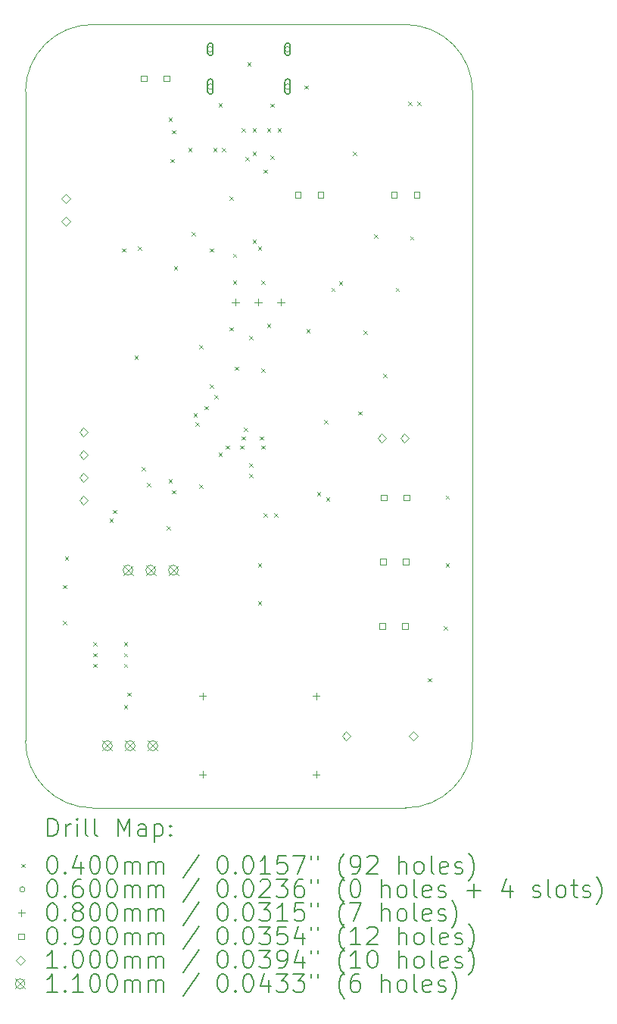
<source format=gbr>
%TF.GenerationSoftware,KiCad,Pcbnew,(6.0.11)*%
%TF.CreationDate,2023-07-13T20:03:14-03:00*%
%TF.ProjectId,Open-Tens,4f70656e-2d54-4656-9e73-2e6b69636164,rev?*%
%TF.SameCoordinates,Original*%
%TF.FileFunction,Drillmap*%
%TF.FilePolarity,Positive*%
%FSLAX45Y45*%
G04 Gerber Fmt 4.5, Leading zero omitted, Abs format (unit mm)*
G04 Created by KiCad (PCBNEW (6.0.11)) date 2023-07-13 20:03:14*
%MOMM*%
%LPD*%
G01*
G04 APERTURE LIST*
%ADD10C,0.100000*%
%ADD11C,0.200000*%
%ADD12C,0.040000*%
%ADD13C,0.060000*%
%ADD14C,0.080000*%
%ADD15C,0.090000*%
%ADD16C,0.110000*%
G04 APERTURE END LIST*
D10*
X12980000Y-13720000D02*
X12980000Y-6470000D01*
X17230000Y-14470000D02*
X13730000Y-14470000D01*
X17980000Y-6470000D02*
X17980000Y-13720000D01*
X17230000Y-5720000D02*
X13730000Y-5720000D01*
X13730000Y-5720000D02*
G75*
G03*
X12980000Y-6470000I0J-750000D01*
G01*
X12980000Y-13720000D02*
G75*
G03*
X13730000Y-14470000I750000J0D01*
G01*
X17230000Y-14470000D02*
G75*
G03*
X17980000Y-13720000I0J750000D01*
G01*
X17980000Y-6470000D02*
G75*
G03*
X17230000Y-5720000I-750000J0D01*
G01*
D11*
D12*
X13400000Y-11980000D02*
X13440000Y-12020000D01*
X13440000Y-11980000D02*
X13400000Y-12020000D01*
X13400000Y-12380000D02*
X13440000Y-12420000D01*
X13440000Y-12380000D02*
X13400000Y-12420000D01*
X13420000Y-11660000D02*
X13460000Y-11700000D01*
X13460000Y-11660000D02*
X13420000Y-11700000D01*
X13740000Y-12620000D02*
X13780000Y-12660000D01*
X13780000Y-12620000D02*
X13740000Y-12660000D01*
X13740000Y-12740000D02*
X13780000Y-12780000D01*
X13780000Y-12740000D02*
X13740000Y-12780000D01*
X13740000Y-12860000D02*
X13780000Y-12900000D01*
X13780000Y-12860000D02*
X13740000Y-12900000D01*
X13920000Y-11240000D02*
X13960000Y-11280000D01*
X13960000Y-11240000D02*
X13920000Y-11280000D01*
X13960000Y-11140000D02*
X14000000Y-11180000D01*
X14000000Y-11140000D02*
X13960000Y-11180000D01*
X14060000Y-8220000D02*
X14100000Y-8260000D01*
X14100000Y-8220000D02*
X14060000Y-8260000D01*
X14080000Y-12620000D02*
X14120000Y-12660000D01*
X14120000Y-12620000D02*
X14080000Y-12660000D01*
X14080000Y-12740000D02*
X14120000Y-12780000D01*
X14120000Y-12740000D02*
X14080000Y-12780000D01*
X14080000Y-12860000D02*
X14120000Y-12900000D01*
X14120000Y-12860000D02*
X14080000Y-12900000D01*
X14080000Y-13320000D02*
X14120000Y-13360000D01*
X14120000Y-13320000D02*
X14080000Y-13360000D01*
X14120000Y-13180000D02*
X14160000Y-13220000D01*
X14160000Y-13180000D02*
X14120000Y-13220000D01*
X14200000Y-9420000D02*
X14240000Y-9460000D01*
X14240000Y-9420000D02*
X14200000Y-9460000D01*
X14240000Y-8200000D02*
X14280000Y-8240000D01*
X14280000Y-8200000D02*
X14240000Y-8240000D01*
X14280000Y-10660000D02*
X14320000Y-10700000D01*
X14320000Y-10660000D02*
X14280000Y-10700000D01*
X14340000Y-10840000D02*
X14380000Y-10880000D01*
X14380000Y-10840000D02*
X14340000Y-10880000D01*
X14560000Y-11320000D02*
X14600000Y-11360000D01*
X14600000Y-11320000D02*
X14560000Y-11360000D01*
X14580000Y-6760000D02*
X14620000Y-6800000D01*
X14620000Y-6760000D02*
X14580000Y-6800000D01*
X14580000Y-10800000D02*
X14620000Y-10840000D01*
X14620000Y-10800000D02*
X14580000Y-10840000D01*
X14600000Y-7220000D02*
X14640000Y-7260000D01*
X14640000Y-7220000D02*
X14600000Y-7260000D01*
X14620000Y-6900000D02*
X14660000Y-6940000D01*
X14660000Y-6900000D02*
X14620000Y-6940000D01*
X14620000Y-10920000D02*
X14660000Y-10960000D01*
X14660000Y-10920000D02*
X14620000Y-10960000D01*
X14640000Y-8420000D02*
X14680000Y-8460000D01*
X14680000Y-8420000D02*
X14640000Y-8460000D01*
X14800000Y-7100000D02*
X14840000Y-7140000D01*
X14840000Y-7100000D02*
X14800000Y-7140000D01*
X14840000Y-8040000D02*
X14880000Y-8080000D01*
X14880000Y-8040000D02*
X14840000Y-8080000D01*
X14860000Y-10060000D02*
X14900000Y-10100000D01*
X14900000Y-10060000D02*
X14860000Y-10100000D01*
X14880000Y-10160000D02*
X14920000Y-10200000D01*
X14920000Y-10160000D02*
X14880000Y-10200000D01*
X14920000Y-9300000D02*
X14960000Y-9340000D01*
X14960000Y-9300000D02*
X14920000Y-9340000D01*
X14920000Y-10860000D02*
X14960000Y-10900000D01*
X14960000Y-10860000D02*
X14920000Y-10900000D01*
X14980000Y-9980000D02*
X15020000Y-10020000D01*
X15020000Y-9980000D02*
X14980000Y-10020000D01*
X15040000Y-8220000D02*
X15080000Y-8260000D01*
X15080000Y-8220000D02*
X15040000Y-8260000D01*
X15040000Y-9740000D02*
X15080000Y-9780000D01*
X15080000Y-9740000D02*
X15040000Y-9780000D01*
X15080000Y-7100000D02*
X15120000Y-7140000D01*
X15120000Y-7100000D02*
X15080000Y-7140000D01*
X15090050Y-9860000D02*
X15130050Y-9900000D01*
X15130050Y-9860000D02*
X15090050Y-9900000D01*
X15140000Y-6600000D02*
X15180000Y-6640000D01*
X15180000Y-6600000D02*
X15140000Y-6640000D01*
X15140000Y-10500000D02*
X15180000Y-10540000D01*
X15180000Y-10500000D02*
X15140000Y-10540000D01*
X15180000Y-7100000D02*
X15220000Y-7140000D01*
X15220000Y-7100000D02*
X15180000Y-7140000D01*
X15220000Y-10420000D02*
X15260000Y-10460000D01*
X15260000Y-10420000D02*
X15220000Y-10460000D01*
X15260000Y-7640000D02*
X15300000Y-7680000D01*
X15300000Y-7640000D02*
X15260000Y-7680000D01*
X15260000Y-9100000D02*
X15300000Y-9140000D01*
X15300000Y-9100000D02*
X15260000Y-9140000D01*
X15300000Y-8280000D02*
X15340000Y-8320000D01*
X15340000Y-8280000D02*
X15300000Y-8320000D01*
X15300000Y-8580000D02*
X15340000Y-8620000D01*
X15340000Y-8580000D02*
X15300000Y-8620000D01*
X15320000Y-9540000D02*
X15360000Y-9580000D01*
X15360000Y-9540000D02*
X15320000Y-9580000D01*
X15380000Y-10420000D02*
X15420000Y-10460000D01*
X15420000Y-10420000D02*
X15380000Y-10460000D01*
X15400000Y-6880000D02*
X15440000Y-6920000D01*
X15440000Y-6880000D02*
X15400000Y-6920000D01*
X15400000Y-10320000D02*
X15440000Y-10360000D01*
X15440000Y-10320000D02*
X15400000Y-10360000D01*
X15420000Y-10220000D02*
X15460000Y-10260000D01*
X15460000Y-10220000D02*
X15420000Y-10260000D01*
X15440000Y-7200000D02*
X15480000Y-7240000D01*
X15480000Y-7200000D02*
X15440000Y-7240000D01*
X15460000Y-6140000D02*
X15500000Y-6180000D01*
X15500000Y-6140000D02*
X15460000Y-6180000D01*
X15480000Y-9200000D02*
X15520000Y-9240000D01*
X15520000Y-9200000D02*
X15480000Y-9240000D01*
X15480000Y-10620000D02*
X15520000Y-10660000D01*
X15520000Y-10620000D02*
X15480000Y-10660000D01*
X15480000Y-10740000D02*
X15520000Y-10780000D01*
X15520000Y-10740000D02*
X15480000Y-10780000D01*
X15520000Y-6880000D02*
X15560000Y-6920000D01*
X15560000Y-6880000D02*
X15520000Y-6920000D01*
X15520000Y-7140000D02*
X15560000Y-7180000D01*
X15560000Y-7140000D02*
X15520000Y-7180000D01*
X15520000Y-8120000D02*
X15560000Y-8160000D01*
X15560000Y-8120000D02*
X15520000Y-8160000D01*
X15580000Y-8200000D02*
X15620000Y-8240000D01*
X15620000Y-8200000D02*
X15580000Y-8240000D01*
X15580000Y-11740000D02*
X15620000Y-11780000D01*
X15620000Y-11740000D02*
X15580000Y-11780000D01*
X15580000Y-12160000D02*
X15620000Y-12200000D01*
X15620000Y-12160000D02*
X15580000Y-12200000D01*
X15600000Y-10320000D02*
X15640000Y-10360000D01*
X15640000Y-10320000D02*
X15600000Y-10360000D01*
X15620000Y-8580000D02*
X15660000Y-8620000D01*
X15660000Y-8580000D02*
X15620000Y-8620000D01*
X15620000Y-9560000D02*
X15660000Y-9600000D01*
X15660000Y-9560000D02*
X15620000Y-9600000D01*
X15620000Y-10420000D02*
X15660000Y-10460000D01*
X15660000Y-10420000D02*
X15620000Y-10460000D01*
X15640000Y-7340000D02*
X15680000Y-7380000D01*
X15680000Y-7340000D02*
X15640000Y-7380000D01*
X15640000Y-11180000D02*
X15680000Y-11220000D01*
X15680000Y-11180000D02*
X15640000Y-11220000D01*
X15680000Y-6880000D02*
X15720000Y-6920000D01*
X15720000Y-6880000D02*
X15680000Y-6920000D01*
X15680000Y-9060000D02*
X15720000Y-9100000D01*
X15720000Y-9060000D02*
X15680000Y-9100000D01*
X15720000Y-7180000D02*
X15760000Y-7220000D01*
X15760000Y-7180000D02*
X15720000Y-7220000D01*
X15721412Y-6602314D02*
X15761412Y-6642314D01*
X15761412Y-6602314D02*
X15721412Y-6642314D01*
X15760000Y-11180000D02*
X15800000Y-11220000D01*
X15800000Y-11180000D02*
X15760000Y-11220000D01*
X15800000Y-6880000D02*
X15840000Y-6920000D01*
X15840000Y-6880000D02*
X15800000Y-6920000D01*
X16100000Y-6400000D02*
X16140000Y-6440000D01*
X16140000Y-6400000D02*
X16100000Y-6440000D01*
X16120000Y-9120000D02*
X16160000Y-9160000D01*
X16160000Y-9120000D02*
X16120000Y-9160000D01*
X16240000Y-10940000D02*
X16280000Y-10980000D01*
X16280000Y-10940000D02*
X16240000Y-10980000D01*
X16320000Y-10140000D02*
X16360000Y-10180000D01*
X16360000Y-10140000D02*
X16320000Y-10180000D01*
X16340000Y-11000000D02*
X16380000Y-11040000D01*
X16380000Y-11000000D02*
X16340000Y-11040000D01*
X16400000Y-8660000D02*
X16440000Y-8700000D01*
X16440000Y-8660000D02*
X16400000Y-8700000D01*
X16485968Y-8587929D02*
X16525968Y-8627929D01*
X16525968Y-8587929D02*
X16485968Y-8627929D01*
X16640000Y-7140000D02*
X16680000Y-7180000D01*
X16680000Y-7140000D02*
X16640000Y-7180000D01*
X16700000Y-10040000D02*
X16740000Y-10080000D01*
X16740000Y-10040000D02*
X16700000Y-10080000D01*
X16760000Y-9140000D02*
X16800000Y-9180000D01*
X16800000Y-9140000D02*
X16760000Y-9180000D01*
X16880000Y-8060000D02*
X16920000Y-8100000D01*
X16920000Y-8060000D02*
X16880000Y-8100000D01*
X16980000Y-9620000D02*
X17020000Y-9660000D01*
X17020000Y-9620000D02*
X16980000Y-9660000D01*
X17120000Y-8660000D02*
X17160000Y-8700000D01*
X17160000Y-8660000D02*
X17120000Y-8700000D01*
X17260000Y-6580000D02*
X17300000Y-6620000D01*
X17300000Y-6580000D02*
X17260000Y-6620000D01*
X17280499Y-8084444D02*
X17320499Y-8124444D01*
X17320499Y-8084444D02*
X17280499Y-8124444D01*
X17360000Y-6580000D02*
X17400000Y-6620000D01*
X17400000Y-6580000D02*
X17360000Y-6620000D01*
X17480000Y-13020000D02*
X17520000Y-13060000D01*
X17520000Y-13020000D02*
X17480000Y-13060000D01*
X17660000Y-12440000D02*
X17700000Y-12480000D01*
X17700000Y-12440000D02*
X17660000Y-12480000D01*
X17680000Y-10980000D02*
X17720000Y-11020000D01*
X17720000Y-10980000D02*
X17680000Y-11020000D01*
X17680000Y-11740000D02*
X17720000Y-11780000D01*
X17720000Y-11740000D02*
X17680000Y-11780000D01*
D13*
X15078000Y-5996000D02*
G75*
G03*
X15078000Y-5996000I-30000J0D01*
G01*
D11*
X15018000Y-5956000D02*
X15018000Y-6036000D01*
X15078000Y-5956000D02*
X15078000Y-6036000D01*
X15018000Y-6036000D02*
G75*
G03*
X15078000Y-6036000I30000J0D01*
G01*
X15078000Y-5956000D02*
G75*
G03*
X15018000Y-5956000I-30000J0D01*
G01*
D13*
X15078000Y-6413000D02*
G75*
G03*
X15078000Y-6413000I-30000J0D01*
G01*
D11*
X15018000Y-6358000D02*
X15018000Y-6468000D01*
X15078000Y-6358000D02*
X15078000Y-6468000D01*
X15018000Y-6468000D02*
G75*
G03*
X15078000Y-6468000I30000J0D01*
G01*
X15078000Y-6358000D02*
G75*
G03*
X15018000Y-6358000I-30000J0D01*
G01*
D13*
X15942000Y-5996000D02*
G75*
G03*
X15942000Y-5996000I-30000J0D01*
G01*
D11*
X15882000Y-5956000D02*
X15882000Y-6036000D01*
X15942000Y-5956000D02*
X15942000Y-6036000D01*
X15882000Y-6036000D02*
G75*
G03*
X15942000Y-6036000I30000J0D01*
G01*
X15942000Y-5956000D02*
G75*
G03*
X15882000Y-5956000I-30000J0D01*
G01*
D13*
X15942000Y-6413000D02*
G75*
G03*
X15942000Y-6413000I-30000J0D01*
G01*
D11*
X15882000Y-6358000D02*
X15882000Y-6468000D01*
X15942000Y-6358000D02*
X15942000Y-6468000D01*
X15882000Y-6468000D02*
G75*
G03*
X15942000Y-6468000I30000J0D01*
G01*
X15942000Y-6358000D02*
G75*
G03*
X15882000Y-6358000I-30000J0D01*
G01*
D14*
X14960000Y-13180000D02*
X14960000Y-13260000D01*
X14920000Y-13220000D02*
X15000000Y-13220000D01*
X14960000Y-14055000D02*
X14960000Y-14135000D01*
X14920000Y-14095000D02*
X15000000Y-14095000D01*
X15327000Y-8780000D02*
X15327000Y-8860000D01*
X15287000Y-8820000D02*
X15367000Y-8820000D01*
X15581000Y-8780000D02*
X15581000Y-8860000D01*
X15541000Y-8820000D02*
X15621000Y-8820000D01*
X15835000Y-8780000D02*
X15835000Y-8860000D01*
X15795000Y-8820000D02*
X15875000Y-8820000D01*
X16230000Y-13180000D02*
X16230000Y-13260000D01*
X16190000Y-13220000D02*
X16270000Y-13220000D01*
X16230000Y-14055000D02*
X16230000Y-14135000D01*
X16190000Y-14095000D02*
X16270000Y-14095000D01*
D15*
X14334320Y-6351820D02*
X14334320Y-6288180D01*
X14270680Y-6288180D01*
X14270680Y-6351820D01*
X14334320Y-6351820D01*
X14588320Y-6351820D02*
X14588320Y-6288180D01*
X14524680Y-6288180D01*
X14524680Y-6351820D01*
X14588320Y-6351820D01*
X16057820Y-7651820D02*
X16057820Y-7588180D01*
X15994180Y-7588180D01*
X15994180Y-7651820D01*
X16057820Y-7651820D01*
X16311820Y-7651820D02*
X16311820Y-7588180D01*
X16248180Y-7588180D01*
X16248180Y-7651820D01*
X16311820Y-7651820D01*
X17003820Y-12471820D02*
X17003820Y-12408180D01*
X16940180Y-12408180D01*
X16940180Y-12471820D01*
X17003820Y-12471820D01*
X17011820Y-11751820D02*
X17011820Y-11688180D01*
X16948180Y-11688180D01*
X16948180Y-11751820D01*
X17011820Y-11751820D01*
X17021070Y-11033820D02*
X17021070Y-10970180D01*
X16957430Y-10970180D01*
X16957430Y-11033820D01*
X17021070Y-11033820D01*
X17134320Y-7651820D02*
X17134320Y-7588180D01*
X17070680Y-7588180D01*
X17070680Y-7651820D01*
X17134320Y-7651820D01*
X17257820Y-12471820D02*
X17257820Y-12408180D01*
X17194180Y-12408180D01*
X17194180Y-12471820D01*
X17257820Y-12471820D01*
X17265820Y-11751820D02*
X17265820Y-11688180D01*
X17202180Y-11688180D01*
X17202180Y-11751820D01*
X17265820Y-11751820D01*
X17275070Y-11033820D02*
X17275070Y-10970180D01*
X17211430Y-10970180D01*
X17211430Y-11033820D01*
X17275070Y-11033820D01*
X17388320Y-7651820D02*
X17388320Y-7588180D01*
X17324680Y-7588180D01*
X17324680Y-7651820D01*
X17388320Y-7651820D01*
D10*
X13430000Y-7716000D02*
X13480000Y-7666000D01*
X13430000Y-7616000D01*
X13380000Y-7666000D01*
X13430000Y-7716000D01*
X13430000Y-7970000D02*
X13480000Y-7920000D01*
X13430000Y-7870000D01*
X13380000Y-7920000D01*
X13430000Y-7970000D01*
X13630000Y-10320000D02*
X13680000Y-10270000D01*
X13630000Y-10220000D01*
X13580000Y-10270000D01*
X13630000Y-10320000D01*
X13630000Y-10574000D02*
X13680000Y-10524000D01*
X13630000Y-10474000D01*
X13580000Y-10524000D01*
X13630000Y-10574000D01*
X13630000Y-10828000D02*
X13680000Y-10778000D01*
X13630000Y-10728000D01*
X13580000Y-10778000D01*
X13630000Y-10828000D01*
X13630000Y-11082000D02*
X13680000Y-11032000D01*
X13630000Y-10982000D01*
X13580000Y-11032000D01*
X13630000Y-11082000D01*
X16568232Y-13720000D02*
X16618232Y-13670000D01*
X16568232Y-13620000D01*
X16518232Y-13670000D01*
X16568232Y-13720000D01*
X16966000Y-10390000D02*
X17016000Y-10340000D01*
X16966000Y-10290000D01*
X16916000Y-10340000D01*
X16966000Y-10390000D01*
X17220000Y-10390000D02*
X17270000Y-10340000D01*
X17220000Y-10290000D01*
X17170000Y-10340000D01*
X17220000Y-10390000D01*
X17318232Y-13720000D02*
X17368232Y-13670000D01*
X17318232Y-13620000D01*
X17268232Y-13670000D01*
X17318232Y-13720000D01*
D16*
X13840726Y-13720500D02*
X13950726Y-13830500D01*
X13950726Y-13720500D02*
X13840726Y-13830500D01*
X13950726Y-13775500D02*
G75*
G03*
X13950726Y-13775500I-55000J0D01*
G01*
X14071000Y-11759500D02*
X14181000Y-11869500D01*
X14181000Y-11759500D02*
X14071000Y-11869500D01*
X14181000Y-11814500D02*
G75*
G03*
X14181000Y-11814500I-55000J0D01*
G01*
X14094726Y-13720500D02*
X14204726Y-13830500D01*
X14204726Y-13720500D02*
X14094726Y-13830500D01*
X14204726Y-13775500D02*
G75*
G03*
X14204726Y-13775500I-55000J0D01*
G01*
X14325000Y-11759500D02*
X14435000Y-11869500D01*
X14435000Y-11759500D02*
X14325000Y-11869500D01*
X14435000Y-11814500D02*
G75*
G03*
X14435000Y-11814500I-55000J0D01*
G01*
X14348726Y-13720500D02*
X14458726Y-13830500D01*
X14458726Y-13720500D02*
X14348726Y-13830500D01*
X14458726Y-13775500D02*
G75*
G03*
X14458726Y-13775500I-55000J0D01*
G01*
X14579000Y-11759500D02*
X14689000Y-11869500D01*
X14689000Y-11759500D02*
X14579000Y-11869500D01*
X14689000Y-11814500D02*
G75*
G03*
X14689000Y-11814500I-55000J0D01*
G01*
D11*
X13232619Y-14785476D02*
X13232619Y-14585476D01*
X13280238Y-14585476D01*
X13308809Y-14595000D01*
X13327857Y-14614048D01*
X13337381Y-14633095D01*
X13346905Y-14671190D01*
X13346905Y-14699762D01*
X13337381Y-14737857D01*
X13327857Y-14756905D01*
X13308809Y-14775952D01*
X13280238Y-14785476D01*
X13232619Y-14785476D01*
X13432619Y-14785476D02*
X13432619Y-14652143D01*
X13432619Y-14690238D02*
X13442143Y-14671190D01*
X13451667Y-14661667D01*
X13470714Y-14652143D01*
X13489762Y-14652143D01*
X13556428Y-14785476D02*
X13556428Y-14652143D01*
X13556428Y-14585476D02*
X13546905Y-14595000D01*
X13556428Y-14604524D01*
X13565952Y-14595000D01*
X13556428Y-14585476D01*
X13556428Y-14604524D01*
X13680238Y-14785476D02*
X13661190Y-14775952D01*
X13651667Y-14756905D01*
X13651667Y-14585476D01*
X13785000Y-14785476D02*
X13765952Y-14775952D01*
X13756428Y-14756905D01*
X13756428Y-14585476D01*
X14013571Y-14785476D02*
X14013571Y-14585476D01*
X14080238Y-14728333D01*
X14146905Y-14585476D01*
X14146905Y-14785476D01*
X14327857Y-14785476D02*
X14327857Y-14680714D01*
X14318333Y-14661667D01*
X14299286Y-14652143D01*
X14261190Y-14652143D01*
X14242143Y-14661667D01*
X14327857Y-14775952D02*
X14308809Y-14785476D01*
X14261190Y-14785476D01*
X14242143Y-14775952D01*
X14232619Y-14756905D01*
X14232619Y-14737857D01*
X14242143Y-14718809D01*
X14261190Y-14709286D01*
X14308809Y-14709286D01*
X14327857Y-14699762D01*
X14423095Y-14652143D02*
X14423095Y-14852143D01*
X14423095Y-14661667D02*
X14442143Y-14652143D01*
X14480238Y-14652143D01*
X14499286Y-14661667D01*
X14508809Y-14671190D01*
X14518333Y-14690238D01*
X14518333Y-14747381D01*
X14508809Y-14766428D01*
X14499286Y-14775952D01*
X14480238Y-14785476D01*
X14442143Y-14785476D01*
X14423095Y-14775952D01*
X14604048Y-14766428D02*
X14613571Y-14775952D01*
X14604048Y-14785476D01*
X14594524Y-14775952D01*
X14604048Y-14766428D01*
X14604048Y-14785476D01*
X14604048Y-14661667D02*
X14613571Y-14671190D01*
X14604048Y-14680714D01*
X14594524Y-14671190D01*
X14604048Y-14661667D01*
X14604048Y-14680714D01*
D12*
X12935000Y-15095000D02*
X12975000Y-15135000D01*
X12975000Y-15095000D02*
X12935000Y-15135000D01*
D11*
X13270714Y-15005476D02*
X13289762Y-15005476D01*
X13308809Y-15015000D01*
X13318333Y-15024524D01*
X13327857Y-15043571D01*
X13337381Y-15081667D01*
X13337381Y-15129286D01*
X13327857Y-15167381D01*
X13318333Y-15186428D01*
X13308809Y-15195952D01*
X13289762Y-15205476D01*
X13270714Y-15205476D01*
X13251667Y-15195952D01*
X13242143Y-15186428D01*
X13232619Y-15167381D01*
X13223095Y-15129286D01*
X13223095Y-15081667D01*
X13232619Y-15043571D01*
X13242143Y-15024524D01*
X13251667Y-15015000D01*
X13270714Y-15005476D01*
X13423095Y-15186428D02*
X13432619Y-15195952D01*
X13423095Y-15205476D01*
X13413571Y-15195952D01*
X13423095Y-15186428D01*
X13423095Y-15205476D01*
X13604048Y-15072143D02*
X13604048Y-15205476D01*
X13556428Y-14995952D02*
X13508809Y-15138809D01*
X13632619Y-15138809D01*
X13746905Y-15005476D02*
X13765952Y-15005476D01*
X13785000Y-15015000D01*
X13794524Y-15024524D01*
X13804048Y-15043571D01*
X13813571Y-15081667D01*
X13813571Y-15129286D01*
X13804048Y-15167381D01*
X13794524Y-15186428D01*
X13785000Y-15195952D01*
X13765952Y-15205476D01*
X13746905Y-15205476D01*
X13727857Y-15195952D01*
X13718333Y-15186428D01*
X13708809Y-15167381D01*
X13699286Y-15129286D01*
X13699286Y-15081667D01*
X13708809Y-15043571D01*
X13718333Y-15024524D01*
X13727857Y-15015000D01*
X13746905Y-15005476D01*
X13937381Y-15005476D02*
X13956428Y-15005476D01*
X13975476Y-15015000D01*
X13985000Y-15024524D01*
X13994524Y-15043571D01*
X14004048Y-15081667D01*
X14004048Y-15129286D01*
X13994524Y-15167381D01*
X13985000Y-15186428D01*
X13975476Y-15195952D01*
X13956428Y-15205476D01*
X13937381Y-15205476D01*
X13918333Y-15195952D01*
X13908809Y-15186428D01*
X13899286Y-15167381D01*
X13889762Y-15129286D01*
X13889762Y-15081667D01*
X13899286Y-15043571D01*
X13908809Y-15024524D01*
X13918333Y-15015000D01*
X13937381Y-15005476D01*
X14089762Y-15205476D02*
X14089762Y-15072143D01*
X14089762Y-15091190D02*
X14099286Y-15081667D01*
X14118333Y-15072143D01*
X14146905Y-15072143D01*
X14165952Y-15081667D01*
X14175476Y-15100714D01*
X14175476Y-15205476D01*
X14175476Y-15100714D02*
X14185000Y-15081667D01*
X14204048Y-15072143D01*
X14232619Y-15072143D01*
X14251667Y-15081667D01*
X14261190Y-15100714D01*
X14261190Y-15205476D01*
X14356428Y-15205476D02*
X14356428Y-15072143D01*
X14356428Y-15091190D02*
X14365952Y-15081667D01*
X14385000Y-15072143D01*
X14413571Y-15072143D01*
X14432619Y-15081667D01*
X14442143Y-15100714D01*
X14442143Y-15205476D01*
X14442143Y-15100714D02*
X14451667Y-15081667D01*
X14470714Y-15072143D01*
X14499286Y-15072143D01*
X14518333Y-15081667D01*
X14527857Y-15100714D01*
X14527857Y-15205476D01*
X14918333Y-14995952D02*
X14746905Y-15253095D01*
X15175476Y-15005476D02*
X15194524Y-15005476D01*
X15213571Y-15015000D01*
X15223095Y-15024524D01*
X15232619Y-15043571D01*
X15242143Y-15081667D01*
X15242143Y-15129286D01*
X15232619Y-15167381D01*
X15223095Y-15186428D01*
X15213571Y-15195952D01*
X15194524Y-15205476D01*
X15175476Y-15205476D01*
X15156428Y-15195952D01*
X15146905Y-15186428D01*
X15137381Y-15167381D01*
X15127857Y-15129286D01*
X15127857Y-15081667D01*
X15137381Y-15043571D01*
X15146905Y-15024524D01*
X15156428Y-15015000D01*
X15175476Y-15005476D01*
X15327857Y-15186428D02*
X15337381Y-15195952D01*
X15327857Y-15205476D01*
X15318333Y-15195952D01*
X15327857Y-15186428D01*
X15327857Y-15205476D01*
X15461190Y-15005476D02*
X15480238Y-15005476D01*
X15499286Y-15015000D01*
X15508809Y-15024524D01*
X15518333Y-15043571D01*
X15527857Y-15081667D01*
X15527857Y-15129286D01*
X15518333Y-15167381D01*
X15508809Y-15186428D01*
X15499286Y-15195952D01*
X15480238Y-15205476D01*
X15461190Y-15205476D01*
X15442143Y-15195952D01*
X15432619Y-15186428D01*
X15423095Y-15167381D01*
X15413571Y-15129286D01*
X15413571Y-15081667D01*
X15423095Y-15043571D01*
X15432619Y-15024524D01*
X15442143Y-15015000D01*
X15461190Y-15005476D01*
X15718333Y-15205476D02*
X15604048Y-15205476D01*
X15661190Y-15205476D02*
X15661190Y-15005476D01*
X15642143Y-15034048D01*
X15623095Y-15053095D01*
X15604048Y-15062619D01*
X15899286Y-15005476D02*
X15804048Y-15005476D01*
X15794524Y-15100714D01*
X15804048Y-15091190D01*
X15823095Y-15081667D01*
X15870714Y-15081667D01*
X15889762Y-15091190D01*
X15899286Y-15100714D01*
X15908809Y-15119762D01*
X15908809Y-15167381D01*
X15899286Y-15186428D01*
X15889762Y-15195952D01*
X15870714Y-15205476D01*
X15823095Y-15205476D01*
X15804048Y-15195952D01*
X15794524Y-15186428D01*
X15975476Y-15005476D02*
X16108809Y-15005476D01*
X16023095Y-15205476D01*
X16175476Y-15005476D02*
X16175476Y-15043571D01*
X16251667Y-15005476D02*
X16251667Y-15043571D01*
X16546905Y-15281667D02*
X16537381Y-15272143D01*
X16518333Y-15243571D01*
X16508809Y-15224524D01*
X16499286Y-15195952D01*
X16489762Y-15148333D01*
X16489762Y-15110238D01*
X16499286Y-15062619D01*
X16508809Y-15034048D01*
X16518333Y-15015000D01*
X16537381Y-14986428D01*
X16546905Y-14976905D01*
X16632619Y-15205476D02*
X16670714Y-15205476D01*
X16689762Y-15195952D01*
X16699286Y-15186428D01*
X16718333Y-15157857D01*
X16727857Y-15119762D01*
X16727857Y-15043571D01*
X16718333Y-15024524D01*
X16708809Y-15015000D01*
X16689762Y-15005476D01*
X16651667Y-15005476D01*
X16632619Y-15015000D01*
X16623095Y-15024524D01*
X16613571Y-15043571D01*
X16613571Y-15091190D01*
X16623095Y-15110238D01*
X16632619Y-15119762D01*
X16651667Y-15129286D01*
X16689762Y-15129286D01*
X16708809Y-15119762D01*
X16718333Y-15110238D01*
X16727857Y-15091190D01*
X16804048Y-15024524D02*
X16813571Y-15015000D01*
X16832619Y-15005476D01*
X16880238Y-15005476D01*
X16899286Y-15015000D01*
X16908810Y-15024524D01*
X16918333Y-15043571D01*
X16918333Y-15062619D01*
X16908810Y-15091190D01*
X16794524Y-15205476D01*
X16918333Y-15205476D01*
X17156429Y-15205476D02*
X17156429Y-15005476D01*
X17242143Y-15205476D02*
X17242143Y-15100714D01*
X17232619Y-15081667D01*
X17213571Y-15072143D01*
X17185000Y-15072143D01*
X17165952Y-15081667D01*
X17156429Y-15091190D01*
X17365952Y-15205476D02*
X17346905Y-15195952D01*
X17337381Y-15186428D01*
X17327857Y-15167381D01*
X17327857Y-15110238D01*
X17337381Y-15091190D01*
X17346905Y-15081667D01*
X17365952Y-15072143D01*
X17394524Y-15072143D01*
X17413571Y-15081667D01*
X17423095Y-15091190D01*
X17432619Y-15110238D01*
X17432619Y-15167381D01*
X17423095Y-15186428D01*
X17413571Y-15195952D01*
X17394524Y-15205476D01*
X17365952Y-15205476D01*
X17546905Y-15205476D02*
X17527857Y-15195952D01*
X17518333Y-15176905D01*
X17518333Y-15005476D01*
X17699286Y-15195952D02*
X17680238Y-15205476D01*
X17642143Y-15205476D01*
X17623095Y-15195952D01*
X17613571Y-15176905D01*
X17613571Y-15100714D01*
X17623095Y-15081667D01*
X17642143Y-15072143D01*
X17680238Y-15072143D01*
X17699286Y-15081667D01*
X17708810Y-15100714D01*
X17708810Y-15119762D01*
X17613571Y-15138809D01*
X17785000Y-15195952D02*
X17804048Y-15205476D01*
X17842143Y-15205476D01*
X17861190Y-15195952D01*
X17870714Y-15176905D01*
X17870714Y-15167381D01*
X17861190Y-15148333D01*
X17842143Y-15138809D01*
X17813571Y-15138809D01*
X17794524Y-15129286D01*
X17785000Y-15110238D01*
X17785000Y-15100714D01*
X17794524Y-15081667D01*
X17813571Y-15072143D01*
X17842143Y-15072143D01*
X17861190Y-15081667D01*
X17937381Y-15281667D02*
X17946905Y-15272143D01*
X17965952Y-15243571D01*
X17975476Y-15224524D01*
X17985000Y-15195952D01*
X17994524Y-15148333D01*
X17994524Y-15110238D01*
X17985000Y-15062619D01*
X17975476Y-15034048D01*
X17965952Y-15015000D01*
X17946905Y-14986428D01*
X17937381Y-14976905D01*
D13*
X12975000Y-15379000D02*
G75*
G03*
X12975000Y-15379000I-30000J0D01*
G01*
D11*
X13270714Y-15269476D02*
X13289762Y-15269476D01*
X13308809Y-15279000D01*
X13318333Y-15288524D01*
X13327857Y-15307571D01*
X13337381Y-15345667D01*
X13337381Y-15393286D01*
X13327857Y-15431381D01*
X13318333Y-15450428D01*
X13308809Y-15459952D01*
X13289762Y-15469476D01*
X13270714Y-15469476D01*
X13251667Y-15459952D01*
X13242143Y-15450428D01*
X13232619Y-15431381D01*
X13223095Y-15393286D01*
X13223095Y-15345667D01*
X13232619Y-15307571D01*
X13242143Y-15288524D01*
X13251667Y-15279000D01*
X13270714Y-15269476D01*
X13423095Y-15450428D02*
X13432619Y-15459952D01*
X13423095Y-15469476D01*
X13413571Y-15459952D01*
X13423095Y-15450428D01*
X13423095Y-15469476D01*
X13604048Y-15269476D02*
X13565952Y-15269476D01*
X13546905Y-15279000D01*
X13537381Y-15288524D01*
X13518333Y-15317095D01*
X13508809Y-15355190D01*
X13508809Y-15431381D01*
X13518333Y-15450428D01*
X13527857Y-15459952D01*
X13546905Y-15469476D01*
X13585000Y-15469476D01*
X13604048Y-15459952D01*
X13613571Y-15450428D01*
X13623095Y-15431381D01*
X13623095Y-15383762D01*
X13613571Y-15364714D01*
X13604048Y-15355190D01*
X13585000Y-15345667D01*
X13546905Y-15345667D01*
X13527857Y-15355190D01*
X13518333Y-15364714D01*
X13508809Y-15383762D01*
X13746905Y-15269476D02*
X13765952Y-15269476D01*
X13785000Y-15279000D01*
X13794524Y-15288524D01*
X13804048Y-15307571D01*
X13813571Y-15345667D01*
X13813571Y-15393286D01*
X13804048Y-15431381D01*
X13794524Y-15450428D01*
X13785000Y-15459952D01*
X13765952Y-15469476D01*
X13746905Y-15469476D01*
X13727857Y-15459952D01*
X13718333Y-15450428D01*
X13708809Y-15431381D01*
X13699286Y-15393286D01*
X13699286Y-15345667D01*
X13708809Y-15307571D01*
X13718333Y-15288524D01*
X13727857Y-15279000D01*
X13746905Y-15269476D01*
X13937381Y-15269476D02*
X13956428Y-15269476D01*
X13975476Y-15279000D01*
X13985000Y-15288524D01*
X13994524Y-15307571D01*
X14004048Y-15345667D01*
X14004048Y-15393286D01*
X13994524Y-15431381D01*
X13985000Y-15450428D01*
X13975476Y-15459952D01*
X13956428Y-15469476D01*
X13937381Y-15469476D01*
X13918333Y-15459952D01*
X13908809Y-15450428D01*
X13899286Y-15431381D01*
X13889762Y-15393286D01*
X13889762Y-15345667D01*
X13899286Y-15307571D01*
X13908809Y-15288524D01*
X13918333Y-15279000D01*
X13937381Y-15269476D01*
X14089762Y-15469476D02*
X14089762Y-15336143D01*
X14089762Y-15355190D02*
X14099286Y-15345667D01*
X14118333Y-15336143D01*
X14146905Y-15336143D01*
X14165952Y-15345667D01*
X14175476Y-15364714D01*
X14175476Y-15469476D01*
X14175476Y-15364714D02*
X14185000Y-15345667D01*
X14204048Y-15336143D01*
X14232619Y-15336143D01*
X14251667Y-15345667D01*
X14261190Y-15364714D01*
X14261190Y-15469476D01*
X14356428Y-15469476D02*
X14356428Y-15336143D01*
X14356428Y-15355190D02*
X14365952Y-15345667D01*
X14385000Y-15336143D01*
X14413571Y-15336143D01*
X14432619Y-15345667D01*
X14442143Y-15364714D01*
X14442143Y-15469476D01*
X14442143Y-15364714D02*
X14451667Y-15345667D01*
X14470714Y-15336143D01*
X14499286Y-15336143D01*
X14518333Y-15345667D01*
X14527857Y-15364714D01*
X14527857Y-15469476D01*
X14918333Y-15259952D02*
X14746905Y-15517095D01*
X15175476Y-15269476D02*
X15194524Y-15269476D01*
X15213571Y-15279000D01*
X15223095Y-15288524D01*
X15232619Y-15307571D01*
X15242143Y-15345667D01*
X15242143Y-15393286D01*
X15232619Y-15431381D01*
X15223095Y-15450428D01*
X15213571Y-15459952D01*
X15194524Y-15469476D01*
X15175476Y-15469476D01*
X15156428Y-15459952D01*
X15146905Y-15450428D01*
X15137381Y-15431381D01*
X15127857Y-15393286D01*
X15127857Y-15345667D01*
X15137381Y-15307571D01*
X15146905Y-15288524D01*
X15156428Y-15279000D01*
X15175476Y-15269476D01*
X15327857Y-15450428D02*
X15337381Y-15459952D01*
X15327857Y-15469476D01*
X15318333Y-15459952D01*
X15327857Y-15450428D01*
X15327857Y-15469476D01*
X15461190Y-15269476D02*
X15480238Y-15269476D01*
X15499286Y-15279000D01*
X15508809Y-15288524D01*
X15518333Y-15307571D01*
X15527857Y-15345667D01*
X15527857Y-15393286D01*
X15518333Y-15431381D01*
X15508809Y-15450428D01*
X15499286Y-15459952D01*
X15480238Y-15469476D01*
X15461190Y-15469476D01*
X15442143Y-15459952D01*
X15432619Y-15450428D01*
X15423095Y-15431381D01*
X15413571Y-15393286D01*
X15413571Y-15345667D01*
X15423095Y-15307571D01*
X15432619Y-15288524D01*
X15442143Y-15279000D01*
X15461190Y-15269476D01*
X15604048Y-15288524D02*
X15613571Y-15279000D01*
X15632619Y-15269476D01*
X15680238Y-15269476D01*
X15699286Y-15279000D01*
X15708809Y-15288524D01*
X15718333Y-15307571D01*
X15718333Y-15326619D01*
X15708809Y-15355190D01*
X15594524Y-15469476D01*
X15718333Y-15469476D01*
X15785000Y-15269476D02*
X15908809Y-15269476D01*
X15842143Y-15345667D01*
X15870714Y-15345667D01*
X15889762Y-15355190D01*
X15899286Y-15364714D01*
X15908809Y-15383762D01*
X15908809Y-15431381D01*
X15899286Y-15450428D01*
X15889762Y-15459952D01*
X15870714Y-15469476D01*
X15813571Y-15469476D01*
X15794524Y-15459952D01*
X15785000Y-15450428D01*
X16080238Y-15269476D02*
X16042143Y-15269476D01*
X16023095Y-15279000D01*
X16013571Y-15288524D01*
X15994524Y-15317095D01*
X15985000Y-15355190D01*
X15985000Y-15431381D01*
X15994524Y-15450428D01*
X16004048Y-15459952D01*
X16023095Y-15469476D01*
X16061190Y-15469476D01*
X16080238Y-15459952D01*
X16089762Y-15450428D01*
X16099286Y-15431381D01*
X16099286Y-15383762D01*
X16089762Y-15364714D01*
X16080238Y-15355190D01*
X16061190Y-15345667D01*
X16023095Y-15345667D01*
X16004048Y-15355190D01*
X15994524Y-15364714D01*
X15985000Y-15383762D01*
X16175476Y-15269476D02*
X16175476Y-15307571D01*
X16251667Y-15269476D02*
X16251667Y-15307571D01*
X16546905Y-15545667D02*
X16537381Y-15536143D01*
X16518333Y-15507571D01*
X16508809Y-15488524D01*
X16499286Y-15459952D01*
X16489762Y-15412333D01*
X16489762Y-15374238D01*
X16499286Y-15326619D01*
X16508809Y-15298048D01*
X16518333Y-15279000D01*
X16537381Y-15250428D01*
X16546905Y-15240905D01*
X16661190Y-15269476D02*
X16680238Y-15269476D01*
X16699286Y-15279000D01*
X16708809Y-15288524D01*
X16718333Y-15307571D01*
X16727857Y-15345667D01*
X16727857Y-15393286D01*
X16718333Y-15431381D01*
X16708809Y-15450428D01*
X16699286Y-15459952D01*
X16680238Y-15469476D01*
X16661190Y-15469476D01*
X16642143Y-15459952D01*
X16632619Y-15450428D01*
X16623095Y-15431381D01*
X16613571Y-15393286D01*
X16613571Y-15345667D01*
X16623095Y-15307571D01*
X16632619Y-15288524D01*
X16642143Y-15279000D01*
X16661190Y-15269476D01*
X16965952Y-15469476D02*
X16965952Y-15269476D01*
X17051667Y-15469476D02*
X17051667Y-15364714D01*
X17042143Y-15345667D01*
X17023095Y-15336143D01*
X16994524Y-15336143D01*
X16975476Y-15345667D01*
X16965952Y-15355190D01*
X17175476Y-15469476D02*
X17156429Y-15459952D01*
X17146905Y-15450428D01*
X17137381Y-15431381D01*
X17137381Y-15374238D01*
X17146905Y-15355190D01*
X17156429Y-15345667D01*
X17175476Y-15336143D01*
X17204048Y-15336143D01*
X17223095Y-15345667D01*
X17232619Y-15355190D01*
X17242143Y-15374238D01*
X17242143Y-15431381D01*
X17232619Y-15450428D01*
X17223095Y-15459952D01*
X17204048Y-15469476D01*
X17175476Y-15469476D01*
X17356429Y-15469476D02*
X17337381Y-15459952D01*
X17327857Y-15440905D01*
X17327857Y-15269476D01*
X17508810Y-15459952D02*
X17489762Y-15469476D01*
X17451667Y-15469476D01*
X17432619Y-15459952D01*
X17423095Y-15440905D01*
X17423095Y-15364714D01*
X17432619Y-15345667D01*
X17451667Y-15336143D01*
X17489762Y-15336143D01*
X17508810Y-15345667D01*
X17518333Y-15364714D01*
X17518333Y-15383762D01*
X17423095Y-15402809D01*
X17594524Y-15459952D02*
X17613571Y-15469476D01*
X17651667Y-15469476D01*
X17670714Y-15459952D01*
X17680238Y-15440905D01*
X17680238Y-15431381D01*
X17670714Y-15412333D01*
X17651667Y-15402809D01*
X17623095Y-15402809D01*
X17604048Y-15393286D01*
X17594524Y-15374238D01*
X17594524Y-15364714D01*
X17604048Y-15345667D01*
X17623095Y-15336143D01*
X17651667Y-15336143D01*
X17670714Y-15345667D01*
X17918333Y-15393286D02*
X18070714Y-15393286D01*
X17994524Y-15469476D02*
X17994524Y-15317095D01*
X18404048Y-15336143D02*
X18404048Y-15469476D01*
X18356429Y-15259952D02*
X18308810Y-15402809D01*
X18432619Y-15402809D01*
X18651667Y-15459952D02*
X18670714Y-15469476D01*
X18708810Y-15469476D01*
X18727857Y-15459952D01*
X18737381Y-15440905D01*
X18737381Y-15431381D01*
X18727857Y-15412333D01*
X18708810Y-15402809D01*
X18680238Y-15402809D01*
X18661190Y-15393286D01*
X18651667Y-15374238D01*
X18651667Y-15364714D01*
X18661190Y-15345667D01*
X18680238Y-15336143D01*
X18708810Y-15336143D01*
X18727857Y-15345667D01*
X18851667Y-15469476D02*
X18832619Y-15459952D01*
X18823095Y-15440905D01*
X18823095Y-15269476D01*
X18956429Y-15469476D02*
X18937381Y-15459952D01*
X18927857Y-15450428D01*
X18918333Y-15431381D01*
X18918333Y-15374238D01*
X18927857Y-15355190D01*
X18937381Y-15345667D01*
X18956429Y-15336143D01*
X18985000Y-15336143D01*
X19004048Y-15345667D01*
X19013571Y-15355190D01*
X19023095Y-15374238D01*
X19023095Y-15431381D01*
X19013571Y-15450428D01*
X19004048Y-15459952D01*
X18985000Y-15469476D01*
X18956429Y-15469476D01*
X19080238Y-15336143D02*
X19156429Y-15336143D01*
X19108810Y-15269476D02*
X19108810Y-15440905D01*
X19118333Y-15459952D01*
X19137381Y-15469476D01*
X19156429Y-15469476D01*
X19213571Y-15459952D02*
X19232619Y-15469476D01*
X19270714Y-15469476D01*
X19289762Y-15459952D01*
X19299286Y-15440905D01*
X19299286Y-15431381D01*
X19289762Y-15412333D01*
X19270714Y-15402809D01*
X19242143Y-15402809D01*
X19223095Y-15393286D01*
X19213571Y-15374238D01*
X19213571Y-15364714D01*
X19223095Y-15345667D01*
X19242143Y-15336143D01*
X19270714Y-15336143D01*
X19289762Y-15345667D01*
X19365952Y-15545667D02*
X19375476Y-15536143D01*
X19394524Y-15507571D01*
X19404048Y-15488524D01*
X19413571Y-15459952D01*
X19423095Y-15412333D01*
X19423095Y-15374238D01*
X19413571Y-15326619D01*
X19404048Y-15298048D01*
X19394524Y-15279000D01*
X19375476Y-15250428D01*
X19365952Y-15240905D01*
D14*
X12935000Y-15603000D02*
X12935000Y-15683000D01*
X12895000Y-15643000D02*
X12975000Y-15643000D01*
D11*
X13270714Y-15533476D02*
X13289762Y-15533476D01*
X13308809Y-15543000D01*
X13318333Y-15552524D01*
X13327857Y-15571571D01*
X13337381Y-15609667D01*
X13337381Y-15657286D01*
X13327857Y-15695381D01*
X13318333Y-15714428D01*
X13308809Y-15723952D01*
X13289762Y-15733476D01*
X13270714Y-15733476D01*
X13251667Y-15723952D01*
X13242143Y-15714428D01*
X13232619Y-15695381D01*
X13223095Y-15657286D01*
X13223095Y-15609667D01*
X13232619Y-15571571D01*
X13242143Y-15552524D01*
X13251667Y-15543000D01*
X13270714Y-15533476D01*
X13423095Y-15714428D02*
X13432619Y-15723952D01*
X13423095Y-15733476D01*
X13413571Y-15723952D01*
X13423095Y-15714428D01*
X13423095Y-15733476D01*
X13546905Y-15619190D02*
X13527857Y-15609667D01*
X13518333Y-15600143D01*
X13508809Y-15581095D01*
X13508809Y-15571571D01*
X13518333Y-15552524D01*
X13527857Y-15543000D01*
X13546905Y-15533476D01*
X13585000Y-15533476D01*
X13604048Y-15543000D01*
X13613571Y-15552524D01*
X13623095Y-15571571D01*
X13623095Y-15581095D01*
X13613571Y-15600143D01*
X13604048Y-15609667D01*
X13585000Y-15619190D01*
X13546905Y-15619190D01*
X13527857Y-15628714D01*
X13518333Y-15638238D01*
X13508809Y-15657286D01*
X13508809Y-15695381D01*
X13518333Y-15714428D01*
X13527857Y-15723952D01*
X13546905Y-15733476D01*
X13585000Y-15733476D01*
X13604048Y-15723952D01*
X13613571Y-15714428D01*
X13623095Y-15695381D01*
X13623095Y-15657286D01*
X13613571Y-15638238D01*
X13604048Y-15628714D01*
X13585000Y-15619190D01*
X13746905Y-15533476D02*
X13765952Y-15533476D01*
X13785000Y-15543000D01*
X13794524Y-15552524D01*
X13804048Y-15571571D01*
X13813571Y-15609667D01*
X13813571Y-15657286D01*
X13804048Y-15695381D01*
X13794524Y-15714428D01*
X13785000Y-15723952D01*
X13765952Y-15733476D01*
X13746905Y-15733476D01*
X13727857Y-15723952D01*
X13718333Y-15714428D01*
X13708809Y-15695381D01*
X13699286Y-15657286D01*
X13699286Y-15609667D01*
X13708809Y-15571571D01*
X13718333Y-15552524D01*
X13727857Y-15543000D01*
X13746905Y-15533476D01*
X13937381Y-15533476D02*
X13956428Y-15533476D01*
X13975476Y-15543000D01*
X13985000Y-15552524D01*
X13994524Y-15571571D01*
X14004048Y-15609667D01*
X14004048Y-15657286D01*
X13994524Y-15695381D01*
X13985000Y-15714428D01*
X13975476Y-15723952D01*
X13956428Y-15733476D01*
X13937381Y-15733476D01*
X13918333Y-15723952D01*
X13908809Y-15714428D01*
X13899286Y-15695381D01*
X13889762Y-15657286D01*
X13889762Y-15609667D01*
X13899286Y-15571571D01*
X13908809Y-15552524D01*
X13918333Y-15543000D01*
X13937381Y-15533476D01*
X14089762Y-15733476D02*
X14089762Y-15600143D01*
X14089762Y-15619190D02*
X14099286Y-15609667D01*
X14118333Y-15600143D01*
X14146905Y-15600143D01*
X14165952Y-15609667D01*
X14175476Y-15628714D01*
X14175476Y-15733476D01*
X14175476Y-15628714D02*
X14185000Y-15609667D01*
X14204048Y-15600143D01*
X14232619Y-15600143D01*
X14251667Y-15609667D01*
X14261190Y-15628714D01*
X14261190Y-15733476D01*
X14356428Y-15733476D02*
X14356428Y-15600143D01*
X14356428Y-15619190D02*
X14365952Y-15609667D01*
X14385000Y-15600143D01*
X14413571Y-15600143D01*
X14432619Y-15609667D01*
X14442143Y-15628714D01*
X14442143Y-15733476D01*
X14442143Y-15628714D02*
X14451667Y-15609667D01*
X14470714Y-15600143D01*
X14499286Y-15600143D01*
X14518333Y-15609667D01*
X14527857Y-15628714D01*
X14527857Y-15733476D01*
X14918333Y-15523952D02*
X14746905Y-15781095D01*
X15175476Y-15533476D02*
X15194524Y-15533476D01*
X15213571Y-15543000D01*
X15223095Y-15552524D01*
X15232619Y-15571571D01*
X15242143Y-15609667D01*
X15242143Y-15657286D01*
X15232619Y-15695381D01*
X15223095Y-15714428D01*
X15213571Y-15723952D01*
X15194524Y-15733476D01*
X15175476Y-15733476D01*
X15156428Y-15723952D01*
X15146905Y-15714428D01*
X15137381Y-15695381D01*
X15127857Y-15657286D01*
X15127857Y-15609667D01*
X15137381Y-15571571D01*
X15146905Y-15552524D01*
X15156428Y-15543000D01*
X15175476Y-15533476D01*
X15327857Y-15714428D02*
X15337381Y-15723952D01*
X15327857Y-15733476D01*
X15318333Y-15723952D01*
X15327857Y-15714428D01*
X15327857Y-15733476D01*
X15461190Y-15533476D02*
X15480238Y-15533476D01*
X15499286Y-15543000D01*
X15508809Y-15552524D01*
X15518333Y-15571571D01*
X15527857Y-15609667D01*
X15527857Y-15657286D01*
X15518333Y-15695381D01*
X15508809Y-15714428D01*
X15499286Y-15723952D01*
X15480238Y-15733476D01*
X15461190Y-15733476D01*
X15442143Y-15723952D01*
X15432619Y-15714428D01*
X15423095Y-15695381D01*
X15413571Y-15657286D01*
X15413571Y-15609667D01*
X15423095Y-15571571D01*
X15432619Y-15552524D01*
X15442143Y-15543000D01*
X15461190Y-15533476D01*
X15594524Y-15533476D02*
X15718333Y-15533476D01*
X15651667Y-15609667D01*
X15680238Y-15609667D01*
X15699286Y-15619190D01*
X15708809Y-15628714D01*
X15718333Y-15647762D01*
X15718333Y-15695381D01*
X15708809Y-15714428D01*
X15699286Y-15723952D01*
X15680238Y-15733476D01*
X15623095Y-15733476D01*
X15604048Y-15723952D01*
X15594524Y-15714428D01*
X15908809Y-15733476D02*
X15794524Y-15733476D01*
X15851667Y-15733476D02*
X15851667Y-15533476D01*
X15832619Y-15562048D01*
X15813571Y-15581095D01*
X15794524Y-15590619D01*
X16089762Y-15533476D02*
X15994524Y-15533476D01*
X15985000Y-15628714D01*
X15994524Y-15619190D01*
X16013571Y-15609667D01*
X16061190Y-15609667D01*
X16080238Y-15619190D01*
X16089762Y-15628714D01*
X16099286Y-15647762D01*
X16099286Y-15695381D01*
X16089762Y-15714428D01*
X16080238Y-15723952D01*
X16061190Y-15733476D01*
X16013571Y-15733476D01*
X15994524Y-15723952D01*
X15985000Y-15714428D01*
X16175476Y-15533476D02*
X16175476Y-15571571D01*
X16251667Y-15533476D02*
X16251667Y-15571571D01*
X16546905Y-15809667D02*
X16537381Y-15800143D01*
X16518333Y-15771571D01*
X16508809Y-15752524D01*
X16499286Y-15723952D01*
X16489762Y-15676333D01*
X16489762Y-15638238D01*
X16499286Y-15590619D01*
X16508809Y-15562048D01*
X16518333Y-15543000D01*
X16537381Y-15514428D01*
X16546905Y-15504905D01*
X16604048Y-15533476D02*
X16737381Y-15533476D01*
X16651667Y-15733476D01*
X16965952Y-15733476D02*
X16965952Y-15533476D01*
X17051667Y-15733476D02*
X17051667Y-15628714D01*
X17042143Y-15609667D01*
X17023095Y-15600143D01*
X16994524Y-15600143D01*
X16975476Y-15609667D01*
X16965952Y-15619190D01*
X17175476Y-15733476D02*
X17156429Y-15723952D01*
X17146905Y-15714428D01*
X17137381Y-15695381D01*
X17137381Y-15638238D01*
X17146905Y-15619190D01*
X17156429Y-15609667D01*
X17175476Y-15600143D01*
X17204048Y-15600143D01*
X17223095Y-15609667D01*
X17232619Y-15619190D01*
X17242143Y-15638238D01*
X17242143Y-15695381D01*
X17232619Y-15714428D01*
X17223095Y-15723952D01*
X17204048Y-15733476D01*
X17175476Y-15733476D01*
X17356429Y-15733476D02*
X17337381Y-15723952D01*
X17327857Y-15704905D01*
X17327857Y-15533476D01*
X17508810Y-15723952D02*
X17489762Y-15733476D01*
X17451667Y-15733476D01*
X17432619Y-15723952D01*
X17423095Y-15704905D01*
X17423095Y-15628714D01*
X17432619Y-15609667D01*
X17451667Y-15600143D01*
X17489762Y-15600143D01*
X17508810Y-15609667D01*
X17518333Y-15628714D01*
X17518333Y-15647762D01*
X17423095Y-15666809D01*
X17594524Y-15723952D02*
X17613571Y-15733476D01*
X17651667Y-15733476D01*
X17670714Y-15723952D01*
X17680238Y-15704905D01*
X17680238Y-15695381D01*
X17670714Y-15676333D01*
X17651667Y-15666809D01*
X17623095Y-15666809D01*
X17604048Y-15657286D01*
X17594524Y-15638238D01*
X17594524Y-15628714D01*
X17604048Y-15609667D01*
X17623095Y-15600143D01*
X17651667Y-15600143D01*
X17670714Y-15609667D01*
X17746905Y-15809667D02*
X17756429Y-15800143D01*
X17775476Y-15771571D01*
X17785000Y-15752524D01*
X17794524Y-15723952D01*
X17804048Y-15676333D01*
X17804048Y-15638238D01*
X17794524Y-15590619D01*
X17785000Y-15562048D01*
X17775476Y-15543000D01*
X17756429Y-15514428D01*
X17746905Y-15504905D01*
D15*
X12961820Y-15938820D02*
X12961820Y-15875180D01*
X12898180Y-15875180D01*
X12898180Y-15938820D01*
X12961820Y-15938820D01*
D11*
X13270714Y-15797476D02*
X13289762Y-15797476D01*
X13308809Y-15807000D01*
X13318333Y-15816524D01*
X13327857Y-15835571D01*
X13337381Y-15873667D01*
X13337381Y-15921286D01*
X13327857Y-15959381D01*
X13318333Y-15978428D01*
X13308809Y-15987952D01*
X13289762Y-15997476D01*
X13270714Y-15997476D01*
X13251667Y-15987952D01*
X13242143Y-15978428D01*
X13232619Y-15959381D01*
X13223095Y-15921286D01*
X13223095Y-15873667D01*
X13232619Y-15835571D01*
X13242143Y-15816524D01*
X13251667Y-15807000D01*
X13270714Y-15797476D01*
X13423095Y-15978428D02*
X13432619Y-15987952D01*
X13423095Y-15997476D01*
X13413571Y-15987952D01*
X13423095Y-15978428D01*
X13423095Y-15997476D01*
X13527857Y-15997476D02*
X13565952Y-15997476D01*
X13585000Y-15987952D01*
X13594524Y-15978428D01*
X13613571Y-15949857D01*
X13623095Y-15911762D01*
X13623095Y-15835571D01*
X13613571Y-15816524D01*
X13604048Y-15807000D01*
X13585000Y-15797476D01*
X13546905Y-15797476D01*
X13527857Y-15807000D01*
X13518333Y-15816524D01*
X13508809Y-15835571D01*
X13508809Y-15883190D01*
X13518333Y-15902238D01*
X13527857Y-15911762D01*
X13546905Y-15921286D01*
X13585000Y-15921286D01*
X13604048Y-15911762D01*
X13613571Y-15902238D01*
X13623095Y-15883190D01*
X13746905Y-15797476D02*
X13765952Y-15797476D01*
X13785000Y-15807000D01*
X13794524Y-15816524D01*
X13804048Y-15835571D01*
X13813571Y-15873667D01*
X13813571Y-15921286D01*
X13804048Y-15959381D01*
X13794524Y-15978428D01*
X13785000Y-15987952D01*
X13765952Y-15997476D01*
X13746905Y-15997476D01*
X13727857Y-15987952D01*
X13718333Y-15978428D01*
X13708809Y-15959381D01*
X13699286Y-15921286D01*
X13699286Y-15873667D01*
X13708809Y-15835571D01*
X13718333Y-15816524D01*
X13727857Y-15807000D01*
X13746905Y-15797476D01*
X13937381Y-15797476D02*
X13956428Y-15797476D01*
X13975476Y-15807000D01*
X13985000Y-15816524D01*
X13994524Y-15835571D01*
X14004048Y-15873667D01*
X14004048Y-15921286D01*
X13994524Y-15959381D01*
X13985000Y-15978428D01*
X13975476Y-15987952D01*
X13956428Y-15997476D01*
X13937381Y-15997476D01*
X13918333Y-15987952D01*
X13908809Y-15978428D01*
X13899286Y-15959381D01*
X13889762Y-15921286D01*
X13889762Y-15873667D01*
X13899286Y-15835571D01*
X13908809Y-15816524D01*
X13918333Y-15807000D01*
X13937381Y-15797476D01*
X14089762Y-15997476D02*
X14089762Y-15864143D01*
X14089762Y-15883190D02*
X14099286Y-15873667D01*
X14118333Y-15864143D01*
X14146905Y-15864143D01*
X14165952Y-15873667D01*
X14175476Y-15892714D01*
X14175476Y-15997476D01*
X14175476Y-15892714D02*
X14185000Y-15873667D01*
X14204048Y-15864143D01*
X14232619Y-15864143D01*
X14251667Y-15873667D01*
X14261190Y-15892714D01*
X14261190Y-15997476D01*
X14356428Y-15997476D02*
X14356428Y-15864143D01*
X14356428Y-15883190D02*
X14365952Y-15873667D01*
X14385000Y-15864143D01*
X14413571Y-15864143D01*
X14432619Y-15873667D01*
X14442143Y-15892714D01*
X14442143Y-15997476D01*
X14442143Y-15892714D02*
X14451667Y-15873667D01*
X14470714Y-15864143D01*
X14499286Y-15864143D01*
X14518333Y-15873667D01*
X14527857Y-15892714D01*
X14527857Y-15997476D01*
X14918333Y-15787952D02*
X14746905Y-16045095D01*
X15175476Y-15797476D02*
X15194524Y-15797476D01*
X15213571Y-15807000D01*
X15223095Y-15816524D01*
X15232619Y-15835571D01*
X15242143Y-15873667D01*
X15242143Y-15921286D01*
X15232619Y-15959381D01*
X15223095Y-15978428D01*
X15213571Y-15987952D01*
X15194524Y-15997476D01*
X15175476Y-15997476D01*
X15156428Y-15987952D01*
X15146905Y-15978428D01*
X15137381Y-15959381D01*
X15127857Y-15921286D01*
X15127857Y-15873667D01*
X15137381Y-15835571D01*
X15146905Y-15816524D01*
X15156428Y-15807000D01*
X15175476Y-15797476D01*
X15327857Y-15978428D02*
X15337381Y-15987952D01*
X15327857Y-15997476D01*
X15318333Y-15987952D01*
X15327857Y-15978428D01*
X15327857Y-15997476D01*
X15461190Y-15797476D02*
X15480238Y-15797476D01*
X15499286Y-15807000D01*
X15508809Y-15816524D01*
X15518333Y-15835571D01*
X15527857Y-15873667D01*
X15527857Y-15921286D01*
X15518333Y-15959381D01*
X15508809Y-15978428D01*
X15499286Y-15987952D01*
X15480238Y-15997476D01*
X15461190Y-15997476D01*
X15442143Y-15987952D01*
X15432619Y-15978428D01*
X15423095Y-15959381D01*
X15413571Y-15921286D01*
X15413571Y-15873667D01*
X15423095Y-15835571D01*
X15432619Y-15816524D01*
X15442143Y-15807000D01*
X15461190Y-15797476D01*
X15594524Y-15797476D02*
X15718333Y-15797476D01*
X15651667Y-15873667D01*
X15680238Y-15873667D01*
X15699286Y-15883190D01*
X15708809Y-15892714D01*
X15718333Y-15911762D01*
X15718333Y-15959381D01*
X15708809Y-15978428D01*
X15699286Y-15987952D01*
X15680238Y-15997476D01*
X15623095Y-15997476D01*
X15604048Y-15987952D01*
X15594524Y-15978428D01*
X15899286Y-15797476D02*
X15804048Y-15797476D01*
X15794524Y-15892714D01*
X15804048Y-15883190D01*
X15823095Y-15873667D01*
X15870714Y-15873667D01*
X15889762Y-15883190D01*
X15899286Y-15892714D01*
X15908809Y-15911762D01*
X15908809Y-15959381D01*
X15899286Y-15978428D01*
X15889762Y-15987952D01*
X15870714Y-15997476D01*
X15823095Y-15997476D01*
X15804048Y-15987952D01*
X15794524Y-15978428D01*
X16080238Y-15864143D02*
X16080238Y-15997476D01*
X16032619Y-15787952D02*
X15985000Y-15930809D01*
X16108809Y-15930809D01*
X16175476Y-15797476D02*
X16175476Y-15835571D01*
X16251667Y-15797476D02*
X16251667Y-15835571D01*
X16546905Y-16073667D02*
X16537381Y-16064143D01*
X16518333Y-16035571D01*
X16508809Y-16016524D01*
X16499286Y-15987952D01*
X16489762Y-15940333D01*
X16489762Y-15902238D01*
X16499286Y-15854619D01*
X16508809Y-15826048D01*
X16518333Y-15807000D01*
X16537381Y-15778428D01*
X16546905Y-15768905D01*
X16727857Y-15997476D02*
X16613571Y-15997476D01*
X16670714Y-15997476D02*
X16670714Y-15797476D01*
X16651667Y-15826048D01*
X16632619Y-15845095D01*
X16613571Y-15854619D01*
X16804048Y-15816524D02*
X16813571Y-15807000D01*
X16832619Y-15797476D01*
X16880238Y-15797476D01*
X16899286Y-15807000D01*
X16908810Y-15816524D01*
X16918333Y-15835571D01*
X16918333Y-15854619D01*
X16908810Y-15883190D01*
X16794524Y-15997476D01*
X16918333Y-15997476D01*
X17156429Y-15997476D02*
X17156429Y-15797476D01*
X17242143Y-15997476D02*
X17242143Y-15892714D01*
X17232619Y-15873667D01*
X17213571Y-15864143D01*
X17185000Y-15864143D01*
X17165952Y-15873667D01*
X17156429Y-15883190D01*
X17365952Y-15997476D02*
X17346905Y-15987952D01*
X17337381Y-15978428D01*
X17327857Y-15959381D01*
X17327857Y-15902238D01*
X17337381Y-15883190D01*
X17346905Y-15873667D01*
X17365952Y-15864143D01*
X17394524Y-15864143D01*
X17413571Y-15873667D01*
X17423095Y-15883190D01*
X17432619Y-15902238D01*
X17432619Y-15959381D01*
X17423095Y-15978428D01*
X17413571Y-15987952D01*
X17394524Y-15997476D01*
X17365952Y-15997476D01*
X17546905Y-15997476D02*
X17527857Y-15987952D01*
X17518333Y-15968905D01*
X17518333Y-15797476D01*
X17699286Y-15987952D02*
X17680238Y-15997476D01*
X17642143Y-15997476D01*
X17623095Y-15987952D01*
X17613571Y-15968905D01*
X17613571Y-15892714D01*
X17623095Y-15873667D01*
X17642143Y-15864143D01*
X17680238Y-15864143D01*
X17699286Y-15873667D01*
X17708810Y-15892714D01*
X17708810Y-15911762D01*
X17613571Y-15930809D01*
X17785000Y-15987952D02*
X17804048Y-15997476D01*
X17842143Y-15997476D01*
X17861190Y-15987952D01*
X17870714Y-15968905D01*
X17870714Y-15959381D01*
X17861190Y-15940333D01*
X17842143Y-15930809D01*
X17813571Y-15930809D01*
X17794524Y-15921286D01*
X17785000Y-15902238D01*
X17785000Y-15892714D01*
X17794524Y-15873667D01*
X17813571Y-15864143D01*
X17842143Y-15864143D01*
X17861190Y-15873667D01*
X17937381Y-16073667D02*
X17946905Y-16064143D01*
X17965952Y-16035571D01*
X17975476Y-16016524D01*
X17985000Y-15987952D01*
X17994524Y-15940333D01*
X17994524Y-15902238D01*
X17985000Y-15854619D01*
X17975476Y-15826048D01*
X17965952Y-15807000D01*
X17946905Y-15778428D01*
X17937381Y-15768905D01*
D10*
X12925000Y-16221000D02*
X12975000Y-16171000D01*
X12925000Y-16121000D01*
X12875000Y-16171000D01*
X12925000Y-16221000D01*
D11*
X13337381Y-16261476D02*
X13223095Y-16261476D01*
X13280238Y-16261476D02*
X13280238Y-16061476D01*
X13261190Y-16090048D01*
X13242143Y-16109095D01*
X13223095Y-16118619D01*
X13423095Y-16242428D02*
X13432619Y-16251952D01*
X13423095Y-16261476D01*
X13413571Y-16251952D01*
X13423095Y-16242428D01*
X13423095Y-16261476D01*
X13556428Y-16061476D02*
X13575476Y-16061476D01*
X13594524Y-16071000D01*
X13604048Y-16080524D01*
X13613571Y-16099571D01*
X13623095Y-16137667D01*
X13623095Y-16185286D01*
X13613571Y-16223381D01*
X13604048Y-16242428D01*
X13594524Y-16251952D01*
X13575476Y-16261476D01*
X13556428Y-16261476D01*
X13537381Y-16251952D01*
X13527857Y-16242428D01*
X13518333Y-16223381D01*
X13508809Y-16185286D01*
X13508809Y-16137667D01*
X13518333Y-16099571D01*
X13527857Y-16080524D01*
X13537381Y-16071000D01*
X13556428Y-16061476D01*
X13746905Y-16061476D02*
X13765952Y-16061476D01*
X13785000Y-16071000D01*
X13794524Y-16080524D01*
X13804048Y-16099571D01*
X13813571Y-16137667D01*
X13813571Y-16185286D01*
X13804048Y-16223381D01*
X13794524Y-16242428D01*
X13785000Y-16251952D01*
X13765952Y-16261476D01*
X13746905Y-16261476D01*
X13727857Y-16251952D01*
X13718333Y-16242428D01*
X13708809Y-16223381D01*
X13699286Y-16185286D01*
X13699286Y-16137667D01*
X13708809Y-16099571D01*
X13718333Y-16080524D01*
X13727857Y-16071000D01*
X13746905Y-16061476D01*
X13937381Y-16061476D02*
X13956428Y-16061476D01*
X13975476Y-16071000D01*
X13985000Y-16080524D01*
X13994524Y-16099571D01*
X14004048Y-16137667D01*
X14004048Y-16185286D01*
X13994524Y-16223381D01*
X13985000Y-16242428D01*
X13975476Y-16251952D01*
X13956428Y-16261476D01*
X13937381Y-16261476D01*
X13918333Y-16251952D01*
X13908809Y-16242428D01*
X13899286Y-16223381D01*
X13889762Y-16185286D01*
X13889762Y-16137667D01*
X13899286Y-16099571D01*
X13908809Y-16080524D01*
X13918333Y-16071000D01*
X13937381Y-16061476D01*
X14089762Y-16261476D02*
X14089762Y-16128143D01*
X14089762Y-16147190D02*
X14099286Y-16137667D01*
X14118333Y-16128143D01*
X14146905Y-16128143D01*
X14165952Y-16137667D01*
X14175476Y-16156714D01*
X14175476Y-16261476D01*
X14175476Y-16156714D02*
X14185000Y-16137667D01*
X14204048Y-16128143D01*
X14232619Y-16128143D01*
X14251667Y-16137667D01*
X14261190Y-16156714D01*
X14261190Y-16261476D01*
X14356428Y-16261476D02*
X14356428Y-16128143D01*
X14356428Y-16147190D02*
X14365952Y-16137667D01*
X14385000Y-16128143D01*
X14413571Y-16128143D01*
X14432619Y-16137667D01*
X14442143Y-16156714D01*
X14442143Y-16261476D01*
X14442143Y-16156714D02*
X14451667Y-16137667D01*
X14470714Y-16128143D01*
X14499286Y-16128143D01*
X14518333Y-16137667D01*
X14527857Y-16156714D01*
X14527857Y-16261476D01*
X14918333Y-16051952D02*
X14746905Y-16309095D01*
X15175476Y-16061476D02*
X15194524Y-16061476D01*
X15213571Y-16071000D01*
X15223095Y-16080524D01*
X15232619Y-16099571D01*
X15242143Y-16137667D01*
X15242143Y-16185286D01*
X15232619Y-16223381D01*
X15223095Y-16242428D01*
X15213571Y-16251952D01*
X15194524Y-16261476D01*
X15175476Y-16261476D01*
X15156428Y-16251952D01*
X15146905Y-16242428D01*
X15137381Y-16223381D01*
X15127857Y-16185286D01*
X15127857Y-16137667D01*
X15137381Y-16099571D01*
X15146905Y-16080524D01*
X15156428Y-16071000D01*
X15175476Y-16061476D01*
X15327857Y-16242428D02*
X15337381Y-16251952D01*
X15327857Y-16261476D01*
X15318333Y-16251952D01*
X15327857Y-16242428D01*
X15327857Y-16261476D01*
X15461190Y-16061476D02*
X15480238Y-16061476D01*
X15499286Y-16071000D01*
X15508809Y-16080524D01*
X15518333Y-16099571D01*
X15527857Y-16137667D01*
X15527857Y-16185286D01*
X15518333Y-16223381D01*
X15508809Y-16242428D01*
X15499286Y-16251952D01*
X15480238Y-16261476D01*
X15461190Y-16261476D01*
X15442143Y-16251952D01*
X15432619Y-16242428D01*
X15423095Y-16223381D01*
X15413571Y-16185286D01*
X15413571Y-16137667D01*
X15423095Y-16099571D01*
X15432619Y-16080524D01*
X15442143Y-16071000D01*
X15461190Y-16061476D01*
X15594524Y-16061476D02*
X15718333Y-16061476D01*
X15651667Y-16137667D01*
X15680238Y-16137667D01*
X15699286Y-16147190D01*
X15708809Y-16156714D01*
X15718333Y-16175762D01*
X15718333Y-16223381D01*
X15708809Y-16242428D01*
X15699286Y-16251952D01*
X15680238Y-16261476D01*
X15623095Y-16261476D01*
X15604048Y-16251952D01*
X15594524Y-16242428D01*
X15813571Y-16261476D02*
X15851667Y-16261476D01*
X15870714Y-16251952D01*
X15880238Y-16242428D01*
X15899286Y-16213857D01*
X15908809Y-16175762D01*
X15908809Y-16099571D01*
X15899286Y-16080524D01*
X15889762Y-16071000D01*
X15870714Y-16061476D01*
X15832619Y-16061476D01*
X15813571Y-16071000D01*
X15804048Y-16080524D01*
X15794524Y-16099571D01*
X15794524Y-16147190D01*
X15804048Y-16166238D01*
X15813571Y-16175762D01*
X15832619Y-16185286D01*
X15870714Y-16185286D01*
X15889762Y-16175762D01*
X15899286Y-16166238D01*
X15908809Y-16147190D01*
X16080238Y-16128143D02*
X16080238Y-16261476D01*
X16032619Y-16051952D02*
X15985000Y-16194809D01*
X16108809Y-16194809D01*
X16175476Y-16061476D02*
X16175476Y-16099571D01*
X16251667Y-16061476D02*
X16251667Y-16099571D01*
X16546905Y-16337667D02*
X16537381Y-16328143D01*
X16518333Y-16299571D01*
X16508809Y-16280524D01*
X16499286Y-16251952D01*
X16489762Y-16204333D01*
X16489762Y-16166238D01*
X16499286Y-16118619D01*
X16508809Y-16090048D01*
X16518333Y-16071000D01*
X16537381Y-16042428D01*
X16546905Y-16032905D01*
X16727857Y-16261476D02*
X16613571Y-16261476D01*
X16670714Y-16261476D02*
X16670714Y-16061476D01*
X16651667Y-16090048D01*
X16632619Y-16109095D01*
X16613571Y-16118619D01*
X16851667Y-16061476D02*
X16870714Y-16061476D01*
X16889762Y-16071000D01*
X16899286Y-16080524D01*
X16908810Y-16099571D01*
X16918333Y-16137667D01*
X16918333Y-16185286D01*
X16908810Y-16223381D01*
X16899286Y-16242428D01*
X16889762Y-16251952D01*
X16870714Y-16261476D01*
X16851667Y-16261476D01*
X16832619Y-16251952D01*
X16823095Y-16242428D01*
X16813571Y-16223381D01*
X16804048Y-16185286D01*
X16804048Y-16137667D01*
X16813571Y-16099571D01*
X16823095Y-16080524D01*
X16832619Y-16071000D01*
X16851667Y-16061476D01*
X17156429Y-16261476D02*
X17156429Y-16061476D01*
X17242143Y-16261476D02*
X17242143Y-16156714D01*
X17232619Y-16137667D01*
X17213571Y-16128143D01*
X17185000Y-16128143D01*
X17165952Y-16137667D01*
X17156429Y-16147190D01*
X17365952Y-16261476D02*
X17346905Y-16251952D01*
X17337381Y-16242428D01*
X17327857Y-16223381D01*
X17327857Y-16166238D01*
X17337381Y-16147190D01*
X17346905Y-16137667D01*
X17365952Y-16128143D01*
X17394524Y-16128143D01*
X17413571Y-16137667D01*
X17423095Y-16147190D01*
X17432619Y-16166238D01*
X17432619Y-16223381D01*
X17423095Y-16242428D01*
X17413571Y-16251952D01*
X17394524Y-16261476D01*
X17365952Y-16261476D01*
X17546905Y-16261476D02*
X17527857Y-16251952D01*
X17518333Y-16232905D01*
X17518333Y-16061476D01*
X17699286Y-16251952D02*
X17680238Y-16261476D01*
X17642143Y-16261476D01*
X17623095Y-16251952D01*
X17613571Y-16232905D01*
X17613571Y-16156714D01*
X17623095Y-16137667D01*
X17642143Y-16128143D01*
X17680238Y-16128143D01*
X17699286Y-16137667D01*
X17708810Y-16156714D01*
X17708810Y-16175762D01*
X17613571Y-16194809D01*
X17785000Y-16251952D02*
X17804048Y-16261476D01*
X17842143Y-16261476D01*
X17861190Y-16251952D01*
X17870714Y-16232905D01*
X17870714Y-16223381D01*
X17861190Y-16204333D01*
X17842143Y-16194809D01*
X17813571Y-16194809D01*
X17794524Y-16185286D01*
X17785000Y-16166238D01*
X17785000Y-16156714D01*
X17794524Y-16137667D01*
X17813571Y-16128143D01*
X17842143Y-16128143D01*
X17861190Y-16137667D01*
X17937381Y-16337667D02*
X17946905Y-16328143D01*
X17965952Y-16299571D01*
X17975476Y-16280524D01*
X17985000Y-16251952D01*
X17994524Y-16204333D01*
X17994524Y-16166238D01*
X17985000Y-16118619D01*
X17975476Y-16090048D01*
X17965952Y-16071000D01*
X17946905Y-16042428D01*
X17937381Y-16032905D01*
D16*
X12865000Y-16380000D02*
X12975000Y-16490000D01*
X12975000Y-16380000D02*
X12865000Y-16490000D01*
X12975000Y-16435000D02*
G75*
G03*
X12975000Y-16435000I-55000J0D01*
G01*
D11*
X13337381Y-16525476D02*
X13223095Y-16525476D01*
X13280238Y-16525476D02*
X13280238Y-16325476D01*
X13261190Y-16354048D01*
X13242143Y-16373095D01*
X13223095Y-16382619D01*
X13423095Y-16506428D02*
X13432619Y-16515952D01*
X13423095Y-16525476D01*
X13413571Y-16515952D01*
X13423095Y-16506428D01*
X13423095Y-16525476D01*
X13623095Y-16525476D02*
X13508809Y-16525476D01*
X13565952Y-16525476D02*
X13565952Y-16325476D01*
X13546905Y-16354048D01*
X13527857Y-16373095D01*
X13508809Y-16382619D01*
X13746905Y-16325476D02*
X13765952Y-16325476D01*
X13785000Y-16335000D01*
X13794524Y-16344524D01*
X13804048Y-16363571D01*
X13813571Y-16401667D01*
X13813571Y-16449286D01*
X13804048Y-16487381D01*
X13794524Y-16506428D01*
X13785000Y-16515952D01*
X13765952Y-16525476D01*
X13746905Y-16525476D01*
X13727857Y-16515952D01*
X13718333Y-16506428D01*
X13708809Y-16487381D01*
X13699286Y-16449286D01*
X13699286Y-16401667D01*
X13708809Y-16363571D01*
X13718333Y-16344524D01*
X13727857Y-16335000D01*
X13746905Y-16325476D01*
X13937381Y-16325476D02*
X13956428Y-16325476D01*
X13975476Y-16335000D01*
X13985000Y-16344524D01*
X13994524Y-16363571D01*
X14004048Y-16401667D01*
X14004048Y-16449286D01*
X13994524Y-16487381D01*
X13985000Y-16506428D01*
X13975476Y-16515952D01*
X13956428Y-16525476D01*
X13937381Y-16525476D01*
X13918333Y-16515952D01*
X13908809Y-16506428D01*
X13899286Y-16487381D01*
X13889762Y-16449286D01*
X13889762Y-16401667D01*
X13899286Y-16363571D01*
X13908809Y-16344524D01*
X13918333Y-16335000D01*
X13937381Y-16325476D01*
X14089762Y-16525476D02*
X14089762Y-16392143D01*
X14089762Y-16411190D02*
X14099286Y-16401667D01*
X14118333Y-16392143D01*
X14146905Y-16392143D01*
X14165952Y-16401667D01*
X14175476Y-16420714D01*
X14175476Y-16525476D01*
X14175476Y-16420714D02*
X14185000Y-16401667D01*
X14204048Y-16392143D01*
X14232619Y-16392143D01*
X14251667Y-16401667D01*
X14261190Y-16420714D01*
X14261190Y-16525476D01*
X14356428Y-16525476D02*
X14356428Y-16392143D01*
X14356428Y-16411190D02*
X14365952Y-16401667D01*
X14385000Y-16392143D01*
X14413571Y-16392143D01*
X14432619Y-16401667D01*
X14442143Y-16420714D01*
X14442143Y-16525476D01*
X14442143Y-16420714D02*
X14451667Y-16401667D01*
X14470714Y-16392143D01*
X14499286Y-16392143D01*
X14518333Y-16401667D01*
X14527857Y-16420714D01*
X14527857Y-16525476D01*
X14918333Y-16315952D02*
X14746905Y-16573095D01*
X15175476Y-16325476D02*
X15194524Y-16325476D01*
X15213571Y-16335000D01*
X15223095Y-16344524D01*
X15232619Y-16363571D01*
X15242143Y-16401667D01*
X15242143Y-16449286D01*
X15232619Y-16487381D01*
X15223095Y-16506428D01*
X15213571Y-16515952D01*
X15194524Y-16525476D01*
X15175476Y-16525476D01*
X15156428Y-16515952D01*
X15146905Y-16506428D01*
X15137381Y-16487381D01*
X15127857Y-16449286D01*
X15127857Y-16401667D01*
X15137381Y-16363571D01*
X15146905Y-16344524D01*
X15156428Y-16335000D01*
X15175476Y-16325476D01*
X15327857Y-16506428D02*
X15337381Y-16515952D01*
X15327857Y-16525476D01*
X15318333Y-16515952D01*
X15327857Y-16506428D01*
X15327857Y-16525476D01*
X15461190Y-16325476D02*
X15480238Y-16325476D01*
X15499286Y-16335000D01*
X15508809Y-16344524D01*
X15518333Y-16363571D01*
X15527857Y-16401667D01*
X15527857Y-16449286D01*
X15518333Y-16487381D01*
X15508809Y-16506428D01*
X15499286Y-16515952D01*
X15480238Y-16525476D01*
X15461190Y-16525476D01*
X15442143Y-16515952D01*
X15432619Y-16506428D01*
X15423095Y-16487381D01*
X15413571Y-16449286D01*
X15413571Y-16401667D01*
X15423095Y-16363571D01*
X15432619Y-16344524D01*
X15442143Y-16335000D01*
X15461190Y-16325476D01*
X15699286Y-16392143D02*
X15699286Y-16525476D01*
X15651667Y-16315952D02*
X15604048Y-16458809D01*
X15727857Y-16458809D01*
X15785000Y-16325476D02*
X15908809Y-16325476D01*
X15842143Y-16401667D01*
X15870714Y-16401667D01*
X15889762Y-16411190D01*
X15899286Y-16420714D01*
X15908809Y-16439762D01*
X15908809Y-16487381D01*
X15899286Y-16506428D01*
X15889762Y-16515952D01*
X15870714Y-16525476D01*
X15813571Y-16525476D01*
X15794524Y-16515952D01*
X15785000Y-16506428D01*
X15975476Y-16325476D02*
X16099286Y-16325476D01*
X16032619Y-16401667D01*
X16061190Y-16401667D01*
X16080238Y-16411190D01*
X16089762Y-16420714D01*
X16099286Y-16439762D01*
X16099286Y-16487381D01*
X16089762Y-16506428D01*
X16080238Y-16515952D01*
X16061190Y-16525476D01*
X16004048Y-16525476D01*
X15985000Y-16515952D01*
X15975476Y-16506428D01*
X16175476Y-16325476D02*
X16175476Y-16363571D01*
X16251667Y-16325476D02*
X16251667Y-16363571D01*
X16546905Y-16601667D02*
X16537381Y-16592143D01*
X16518333Y-16563571D01*
X16508809Y-16544524D01*
X16499286Y-16515952D01*
X16489762Y-16468333D01*
X16489762Y-16430238D01*
X16499286Y-16382619D01*
X16508809Y-16354048D01*
X16518333Y-16335000D01*
X16537381Y-16306428D01*
X16546905Y-16296905D01*
X16708809Y-16325476D02*
X16670714Y-16325476D01*
X16651667Y-16335000D01*
X16642143Y-16344524D01*
X16623095Y-16373095D01*
X16613571Y-16411190D01*
X16613571Y-16487381D01*
X16623095Y-16506428D01*
X16632619Y-16515952D01*
X16651667Y-16525476D01*
X16689762Y-16525476D01*
X16708809Y-16515952D01*
X16718333Y-16506428D01*
X16727857Y-16487381D01*
X16727857Y-16439762D01*
X16718333Y-16420714D01*
X16708809Y-16411190D01*
X16689762Y-16401667D01*
X16651667Y-16401667D01*
X16632619Y-16411190D01*
X16623095Y-16420714D01*
X16613571Y-16439762D01*
X16965952Y-16525476D02*
X16965952Y-16325476D01*
X17051667Y-16525476D02*
X17051667Y-16420714D01*
X17042143Y-16401667D01*
X17023095Y-16392143D01*
X16994524Y-16392143D01*
X16975476Y-16401667D01*
X16965952Y-16411190D01*
X17175476Y-16525476D02*
X17156429Y-16515952D01*
X17146905Y-16506428D01*
X17137381Y-16487381D01*
X17137381Y-16430238D01*
X17146905Y-16411190D01*
X17156429Y-16401667D01*
X17175476Y-16392143D01*
X17204048Y-16392143D01*
X17223095Y-16401667D01*
X17232619Y-16411190D01*
X17242143Y-16430238D01*
X17242143Y-16487381D01*
X17232619Y-16506428D01*
X17223095Y-16515952D01*
X17204048Y-16525476D01*
X17175476Y-16525476D01*
X17356429Y-16525476D02*
X17337381Y-16515952D01*
X17327857Y-16496905D01*
X17327857Y-16325476D01*
X17508810Y-16515952D02*
X17489762Y-16525476D01*
X17451667Y-16525476D01*
X17432619Y-16515952D01*
X17423095Y-16496905D01*
X17423095Y-16420714D01*
X17432619Y-16401667D01*
X17451667Y-16392143D01*
X17489762Y-16392143D01*
X17508810Y-16401667D01*
X17518333Y-16420714D01*
X17518333Y-16439762D01*
X17423095Y-16458809D01*
X17594524Y-16515952D02*
X17613571Y-16525476D01*
X17651667Y-16525476D01*
X17670714Y-16515952D01*
X17680238Y-16496905D01*
X17680238Y-16487381D01*
X17670714Y-16468333D01*
X17651667Y-16458809D01*
X17623095Y-16458809D01*
X17604048Y-16449286D01*
X17594524Y-16430238D01*
X17594524Y-16420714D01*
X17604048Y-16401667D01*
X17623095Y-16392143D01*
X17651667Y-16392143D01*
X17670714Y-16401667D01*
X17746905Y-16601667D02*
X17756429Y-16592143D01*
X17775476Y-16563571D01*
X17785000Y-16544524D01*
X17794524Y-16515952D01*
X17804048Y-16468333D01*
X17804048Y-16430238D01*
X17794524Y-16382619D01*
X17785000Y-16354048D01*
X17775476Y-16335000D01*
X17756429Y-16306428D01*
X17746905Y-16296905D01*
M02*

</source>
